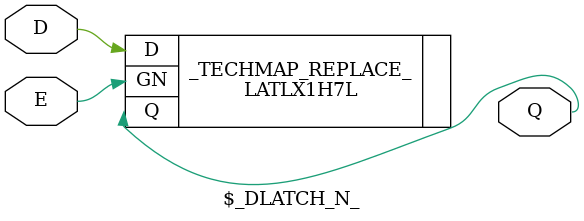
<source format=v>
module $_DLATCH_P_(input E, input D, output Q);
    LATHX1H7L _TECHMAP_REPLACE_ (
        .D(D),
        .G(E),
        .Q(Q)
        );
endmodule

module $_DLATCH_N_(input E, input D, output Q);
    LATLX1H7L _TECHMAP_REPLACE_ (
        .D(D),
        .GN(E),
        .Q(Q)
        );
endmodule

</source>
